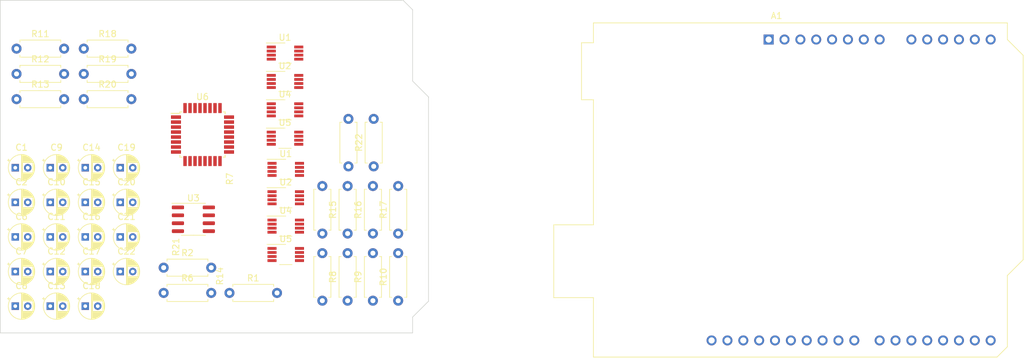
<source format=kicad_pcb>
(kicad_pcb (version 20221018) (generator pcbnew)
  (layers (0 "F.Cu" signal) (31 "B.Cu" signal) (34 "B.Paste" user) (35 "F.Paste" user) (36 "B.SilkS" user "B.Silkscreen") (37 "F.SilkS" user "F.Silkscreen") (38 "B.Mask" user) (39 "F.Mask" user) (44 "Edge.Cuts" user))
  (net 0 "")
  (net 4 "+3V3")
  (net 6 "GND")
  (net 31 "VDDA")
  (net 32 "GNDA")
  (net 33 "/BPF_OUT")
  (net 34 "Net-(R2-Pad1)")
  (net 35 "Net-(R2-Pad2)")
  (net 36 "/PA_OUT")
  (net 37 "Net-(R6-Pad1)")
  (net 38 "Net-(R6-Pad2)")
  (net 39 "/A_REF")
  (net 40 "/PRE_AMP_OUT")
  (net 41 "/AMP_OUT")
  (net 42 "Net-(U3A--)")
  (net 43 "/Earclip")
  (net 44 "Net-(C11-Pad1)")
  (net 45 "Net-(C12-Pad2)")
  (net 46 "Net-(C14-Pad1)")
  (net 47 "Net-(C15-Pad2)")
  (net 48 "Net-(C17-Pad1)")
  (net 49 "Net-(C18-Pad2)")
  (net 50 "Net-(C20-Pad1)")
  (net 51 "Net-(C21-Pad2)")
  (net 52 "Net-(R1-Pad1)")
  (net 53 "Net-(R1-Pad2)")
  (net 54 "Net-(R10-Pad1)")
  (net 55 "Net-(R10-Pad2)")
  (footprint "Resistor_THT:R_Axial_DIN0207_L6.3mm_D2.5mm_P7.62mm_Horizontal" (layer "F.Cu") (at 25.717 71.932)
    (fp_text reference "R12" (at 3.81 -2.37) (layer "F.SilkS"))
    (fp_text value "150k")
    (pad "1" thru_hole circle (at 0 0) (size 1.6 1.6) (drill 0.8) (layers "*.Cu" "*.Mask") (net 45 "Net-(C12-Pad2)"))
    (pad "2" thru_hole oval (at 7.62 0) (size 1.6 1.6) (drill 0.8) (layers "*.Cu" "*.Mask") (net 32 "GNDA"))
  )
  (footprint "Capacitor_THT:CP_Radial_D4.0mm_P2.00mm" (layer "F.Cu") (at 42.327602 92.532)
    (fp_text reference "C20" (at 1 -3.25) (layer "F.SilkS"))
    (fp_text value "1uF")
    (pad "1" thru_hole rect (at 0 0) (size 1.2 1.2) (drill 0.6) (layers "*.Cu" "*.Mask") (net 50 "Net-(C20-Pad1)"))
    (pad "2" thru_hole circle (at 2 0) (size 1.2 1.2) (drill 0.6) (layers "*.Cu" "*.Mask") (net 32 "GNDA"))
  )
  (footprint "Package_SO:VSSOP-8_3.0x3.0mm_P0.65mm" (layer "F.Cu") (at 68.716 68.595)
    (fp_text reference "U1" (at 0 -2.5) (layer "F.SilkS"))
    (fp_text value "INA126")
    (pad "1" smd rect (at -2.2 -0.975 270) (size 0.45 1.45) (layers "F.Cu" "F.Paste" "F.Mask") (net 52 "Net-(R1-Pad1)"))
    (pad "2" smd rect (at -2.2 -0.325 270) (size 0.45 1.45) (layers "F.Cu" "F.Paste" "F.Mask") (net 32 "GNDA"))
    (pad "3" smd rect (at -2.2 0.325 270) (size 0.45 1.45) (layers "F.Cu" "F.Paste" "F.Mask") (net 40 "/PRE_AMP_OUT"))
    (pad "4" smd rect (at -2.2 0.975 270) (size 0.45 1.45) (layers "F.Cu" "F.Paste" "F.Mask") (net 32 "GNDA"))
    (pad "5" smd rect (at 2.2 0.975 270) (size 0.45 1.45) (layers "F.Cu" "F.Paste" "F.Mask") (net 39 "/A_REF"))
    (pad "6" smd rect (at 2.2 0.325 270) (size 0.45 1.45) (layers "F.Cu" "F.Paste" "F.Mask") (net 41 "/AMP_OUT"))
    (pad "7" smd rect (at 2.2 -0.325 270) (size 0.45 1.45) (layers "F.Cu" "F.Paste" "F.Mask") (net 31 "VDDA"))
    (pad "8" smd rect (at 2.2 -0.975 270) (size 0.45 1.45) (layers "F.Cu" "F.Paste" "F.Mask") (net 53 "Net-(R1-Pad2)"))
  )
  (footprint "Capacitor_THT:CP_Radial_D4.0mm_P2.00mm" (layer "F.Cu") (at 25.513199 98.082)
    (fp_text reference "C6" (at 1 -3.25) (layer "F.SilkS"))
    (fp_text value "0.1uF")
    (pad "1" thru_hole rect (at 0 0) (size 1.2 1.2) (drill 0.6) (layers "*.Cu" "*.Mask") (net 31 "VDDA"))
    (pad "2" thru_hole circle (at 2 0) (size 1.2 1.2) (drill 0.6) (layers "*.Cu" "*.Mask") (net 32 "GNDA"))
  )
  (footprint "Package_SO:VSSOP-8_3.0x3.0mm_P0.65mm" (layer "F.Cu") (at 68.716 73.145)
    (fp_text reference "U2" (at 0 -2.5) (layer "F.SilkS"))
    (fp_text value "INA126")
    (pad "1" smd rect (at -2.2 -0.975 270) (size 0.45 1.45) (layers "F.Cu" "F.Paste" "F.Mask") (net 37 "Net-(R6-Pad1)"))
    (pad "2" smd rect (at -2.2 -0.325 270) (size 0.45 1.45) (layers "F.Cu" "F.Paste" "F.Mask") (net 32 "GNDA"))
    (pad "3" smd rect (at -2.2 0.325 270) (size 0.45 1.45) (layers "F.Cu" "F.Paste" "F.Mask") (net 40 "/PRE_AMP_OUT"))
    (pad "4" smd rect (at -2.2 0.975 270) (size 0.45 1.45) (layers "F.Cu" "F.Paste" "F.Mask") (net 32 "GNDA"))
    (pad "5" smd rect (at 2.2 0.975 270) (size 0.45 1.45) (layers "F.Cu" "F.Paste" "F.Mask") (net 39 "/A_REF"))
    (pad "6" smd rect (at 2.2 0.325 270) (size 0.45 1.45) (layers "F.Cu" "F.Paste" "F.Mask") (net 41 "/AMP_OUT"))
    (pad "7" smd rect (at 2.2 -0.325 270) (size 0.45 1.45) (layers "F.Cu" "F.Paste" "F.Mask") (net 31 "VDDA"))
    (pad "8" smd rect (at 2.2 -0.975 270) (size 0.45 1.45) (layers "F.Cu" "F.Paste" "F.Mask") (net 38 "Net-(R6-Pad2)"))
  )
  (footprint "Resistor_THT:R_Axial_DIN0207_L6.3mm_D2.5mm_P7.62mm_Horizontal" (layer "F.Cu") (at 74.693 97.536 90)
    (fp_text reference "R14" (at -6.833 -16.411 90) (layer "F.SilkS"))
    (fp_text value "150k")
    (pad "1" thru_hole circle (at 0 0 90) (size 1.6 1.6) (drill 0.8) (layers "*.Cu" "*.Mask") (net 46 "Net-(C14-Pad1)"))
    (pad "2" thru_hole oval (at 7.62 0 90) (size 1.6 1.6) (drill 0.8) (layers "*.Cu" "*.Mask") (net 36 "/PA_OUT"))
  )
  (footprint "Capacitor_THT:CP_Radial_D4.0mm_P2.00mm" (layer "F.Cu") (at 31.118 98.082)
    (fp_text reference "C11" (at 1 -3.25) (layer "F.SilkS"))
    (fp_text value "1uF")
    (pad "1" thru_hole rect (at 0 0) (size 1.2 1.2) (drill 0.6) (layers "*.Cu" "*.Mask") (net 44 "Net-(C11-Pad1)"))
    (pad "2" thru_hole circle (at 2 0) (size 1.2 1.2) (drill 0.6) (layers "*.Cu" "*.Mask") (net 32 "GNDA"))
  )
  (footprint "Capacitor_THT:CP_Radial_D4.0mm_P2.00mm" (layer "F.Cu") (at 31.118 109.182)
    (fp_text reference "C13" (at 1 -3.25) (layer "F.SilkS"))
    (fp_text value "1uF")
    (pad "1" thru_hole rect (at 0 0) (size 1.2 1.2) (drill 0.6) (layers "*.Cu" "*.Mask") (net 45 "Net-(C12-Pad2)"))
    (pad "2" thru_hole circle (at 2 0) (size 1.2 1.2) (drill 0.6) (layers "*.Cu" "*.Mask") (net 33 "/BPF_OUT"))
  )
  (footprint "Capacitor_THT:CP_Radial_D4.0mm_P2.00mm" (layer "F.Cu") (at 31.118 86.982)
    (fp_text reference "C9" (at 1 -3.25) (layer "F.SilkS"))
    (fp_text value "0.1uF")
    (pad "1" thru_hole rect (at 0 0) (size 1.2 1.2) (drill 0.6) (layers "*.Cu" "*.Mask") (net 31 "VDDA"))
    (pad "2" thru_hole circle (at 2 0) (size 1.2 1.2) (drill 0.6) (layers "*.Cu" "*.Mask") (net 32 "GNDA"))
  )
  (footprint "Package_SO:VSSOP-8_3.0x3.0mm_P0.65mm" (layer "F.Cu") (at 68.834 96.349)
    (fp_text reference "U4" (at 0 -2.5) (layer "F.SilkS"))
    (fp_text value "INA126")
    (pad "1" smd rect (at -2.2 -0.975 270) (size 0.45 1.45) (layers "F.Cu" "F.Paste" "F.Mask") (net 34 "Net-(R2-Pad1)"))
    (pad "2" smd rect (at -2.2 -0.325 270) (size 0.45 1.45) (layers "F.Cu" "F.Paste" "F.Mask") (net 32 "GNDA"))
    (pad "3" smd rect (at -2.2 0.325 270) (size 0.45 1.45) (layers "F.Cu" "F.Paste" "F.Mask") (net 40 "/PRE_AMP_OUT"))
    (pad "4" smd rect (at -2.2 0.975 270) (size 0.45 1.45) (layers "F.Cu" "F.Paste" "F.Mask") (net 32 "GNDA"))
    (pad "5" smd rect (at 2.2 0.975 270) (size 0.45 1.45) (layers "F.Cu" "F.Paste" "F.Mask") (net 39 "/A_REF"))
    (pad "6" smd rect (at 2.2 0.325 270) (size 0.45 1.45) (layers "F.Cu" "F.Paste" "F.Mask") (net 41 "/AMP_OUT"))
    (pad "7" smd rect (at 2.2 -0.325 270) (size 0.45 1.45) (layers "F.Cu" "F.Paste" "F.Mask") (net 31 "VDDA"))
    (pad "8" smd rect (at 2.2 -0.975 270) (size 0.45 1.45) (layers "F.Cu" "F.Paste" "F.Mask") (net 35 "Net-(R2-Pad2)"))
  )
  (footprint "Package_SO:VSSOP-8_3.0x3.0mm_P0.65mm" (layer "F.Cu") (at 68.716 77.695)
    (fp_text reference "U4" (at 0 -2.5) (layer "F.SilkS"))
    (fp_text value "INA126")
    (pad "1" smd rect (at -2.2 -0.975 270) (size 0.45 1.45) (layers "F.Cu" "F.Paste" "F.Mask") (net 34 "Net-(R2-Pad1)"))
    (pad "2" smd rect (at -2.2 -0.325 270) (size 0.45 1.45) (layers "F.Cu" "F.Paste" "F.Mask") (net 32 "GNDA"))
    (pad "3" smd rect (at -2.2 0.325 270) (size 0.45 1.45) (layers "F.Cu" "F.Paste" "F.Mask") (net 40 "/PRE_AMP_OUT"))
    (pad "4" smd rect (at -2.2 0.975 270) (size 0.45 1.45) (layers "F.Cu" "F.Paste" "F.Mask") (net 32 "GNDA"))
    (pad "5" smd rect (at 2.2 0.975 270) (size 0.45 1.45) (layers "F.Cu" "F.Paste" "F.Mask") (net 39 "/A_REF"))
    (pad "6" smd rect (at 2.2 0.325 270) (size 0.45 1.45) (layers "F.Cu" "F.Paste" "F.Mask") (net 41 "/AMP_OUT"))
    (pad "7" smd rect (at 2.2 -0.325 270) (size 0.45 1.45) (layers "F.Cu" "F.Paste" "F.Mask") (net 31 "VDDA"))
    (pad "8" smd rect (at 2.2 -0.975 270) (size 0.45 1.45) (layers "F.Cu" "F.Paste" "F.Mask") (net 35 "Net-(R2-Pad2)"))
  )
  (footprint "Resistor_THT:R_Axial_DIN0207_L6.3mm_D2.5mm_P7.62mm_Horizontal" (layer "F.Cu") (at 82.92 86.766 90)
    (fp_text reference "R22" (at 3.81 -2.37 90) (layer "F.SilkS"))
    (fp_text value "150k")
    (pad "1" thru_hole circle (at 0 0 90) (size 1.6 1.6) (drill 0.8) (layers "*.Cu" "*.Mask") (net 33 "/BPF_OUT"))
    (pad "2" thru_hole oval (at 7.62 0 90) (size 1.6 1.6) (drill 0.8) (layers "*.Cu" "*.Mask") (net 32 "GNDA"))
  )
  (footprint "Package_SO:VSSOP-8_3.0x3.0mm_P0.65mm" (layer "F.Cu") (at 68.834 91.799)
    (fp_text reference "U2" (at 0 -2.5) (layer "F.SilkS"))
    (fp_text value "INA126")
    (pad "1" smd rect (at -2.2 -0.975 270) (size 0.45 1.45) (layers "F.Cu" "F.Paste" "F.Mask") (net 37 "Net-(R6-Pad1)"))
    (pad "2" smd rect (at -2.2 -0.325 270) (size 0.45 1.45) (layers "F.Cu" "F.Paste" "F.Mask") (net 32 "GNDA"))
    (pad "3" smd rect (at -2.2 0.325 270) (size 0.45 1.45) (layers "F.Cu" "F.Paste" "F.Mask") (net 40 "/PRE_AMP_OUT"))
    (pad "4" smd rect (at -2.2 0.975 270) (size 0.45 1.45) (layers "F.Cu" "F.Paste" "F.Mask") (net 32 "GNDA"))
    (pad "5" smd rect (at 2.2 0.975 270) (size 0.45 1.45) (layers "F.Cu" "F.Paste" "F.Mask") (net 39 "/A_REF"))
    (pad "6" smd rect (at 2.2 0.325 270) (size 0.45 1.45) (layers "F.Cu" "F.Paste" "F.Mask") (net 41 "/AMP_OUT"))
    (pad "7" smd rect (at 2.2 -0.325 270) (size 0.45 1.45) (layers "F.Cu" "F.Paste" "F.Mask") (net 31 "VDDA"))
    (pad "8" smd rect (at 2.2 -0.975 270) (size 0.45 1.45) (layers "F.Cu" "F.Paste" "F.Mask") (net 38 "Net-(R6-Pad2)"))
  )
  (footprint "Capacitor_THT:CP_Radial_D4.0mm_P2.00mm" (layer "F.Cu") (at 36.722801 86.982)
    (fp_text reference "C14" (at 1 -3.25) (layer "F.SilkS"))
    (fp_text value "1uF")
    (pad "1" thru_hole rect (at 0 0) (size 1.2 1.2) (drill 0.6) (layers "*.Cu" "*.Mask") (net 46 "Net-(C14-Pad1)"))
    (pad "2" thru_hole circle (at 2 0) (size 1.2 1.2) (drill 0.6) (layers "*.Cu" "*.Mask") (net 32 "GNDA"))
  )
  (footprint "Resistor_THT:R_Axial_DIN0207_L6.3mm_D2.5mm_P7.62mm_Horizontal" (layer "F.Cu") (at 49.279 107.061)
    (fp_text reference "R6" (at 3.81 -2.37) (layer "F.SilkS"))
    (fp_text value "300R")
    (pad "1" thru_hole circle (at 0 0) (size 1.6 1.6) (drill 0.8) (layers "*.Cu" "*.Mask") (net 37 "Net-(R6-Pad1)"))
    (pad "2" thru_hole oval (at 7.62 0) (size 1.6 1.6) (drill 0.8) (layers "*.Cu" "*.Mask") (net 38 "Net-(R6-Pad2)"))
  )
  (footprint "Resistor_THT:R_Axial_DIN0207_L6.3mm_D2.5mm_P7.62mm_Horizontal" (layer "F.Cu") (at 86.843 108.306 90)
    (fp_text reference "R10" (at 3.81 -2.37 90) (layer "F.SilkS"))
    (fp_text value "300R")
    (pad "1" thru_hole circle (at 0 0 90) (size 1.6 1.6) (drill 0.8) (layers "*.Cu" "*.Mask") (net 54 "Net-(R10-Pad1)"))
    (pad "2" thru_hole oval (at 7.62 0 90) (size 1.6 1.6) (drill 0.8) (layers "*.Cu" "*.Mask") (net 55 "Net-(R10-Pad2)"))
  )
  (footprint "Capacitor_THT:CP_Radial_D4.0mm_P2.00mm" (layer "F.Cu") (at 36.722801 103.632)
    (fp_text reference "C17" (at 1 -3.25) (layer "F.SilkS"))
    (fp_text value "1uF")
    (pad "1" thru_hole rect (at 0 0) (size 1.2 1.2) (drill 0.6) (layers "*.Cu" "*.Mask") (net 48 "Net-(C17-Pad1)"))
    (pad "2" thru_hole circle (at 2 0) (size 1.2 1.2) (drill 0.6) (layers "*.Cu" "*.Mask") (net 32 "GNDA"))
  )
  (footprint "Capacitor_THT:CP_Radial_D4.0mm_P2.00mm" (layer "F.Cu") (at 36.722801 98.082)
    (fp_text reference "C16" (at 1 -3.25) (layer "F.SilkS"))
    (fp_text value "1uF")
    (pad "1" thru_hole rect (at 0 0) (size 1.2 1.2) (drill 0.6) (layers "*.Cu" "*.Mask") (net 47 "Net-(C15-Pad2)"))
    (pad "2" thru_hole circle (at 2 0) (size 1.2 1.2) (drill 0.6) (layers "*.Cu" "*.Mask") (net 33 "/BPF_OUT"))
  )
  (footprint "Package_SO:SOIC-8_3.9x4.9mm_P1.27mm" (layer "F.Cu") (at 54.04 95.25)
    (fp_text reference "U3" (at 0 -3.4) (layer "F.SilkS"))
    (fp_text value "LM358")
    (pad "1" smd roundrect (at -2.475 -1.905) (size 1.95 0.6) (layers "F.Cu" "F.Paste" "F.Mask") (net 39 "/A_REF"))
    (pad "2" smd roundrect (at -2.475 -0.635) (size 1.95 0.6) (layers "F.Cu" "F.Paste" "F.Mask") (net 42 "Net-(U3A--)"))
    (pad "3" smd roundrect (at -2.475 0.635) (size 1.95 0.6) (layers "F.Cu" "F.Paste" "F.Mask") (net 39 "/A_REF"))
    (pad "4" smd roundrect (at -2.475 1.905) (size 1.95 0.6) (layers "F.Cu" "F.Paste" "F.Mask"))
    (pad "5" smd roundrect (at 2.475 1.905) (size 1.95 0.6) (layers "F.Cu" "F.Paste" "F.Mask"))
    (pad "6" smd roundrect (at 2.475 0.635) (size 1.95 0.6) (layers "F.Cu" "F.Paste" "F.Mask"))
    (pad "7" smd roundrect (at 2.475 -0.635) (size 1.95 0.6) (layers "F.Cu" "F.Paste" "F.Mask"))
    (pad "8" smd roundrect (at 2.475 -1.905) (size 1.95 0.6) (layers "F.Cu" "F.Paste" "F.Mask"))
  )
  (footprint "Package_SO:VSSOP-8_3.0x3.0mm_P0.65mm" (layer "F.Cu") (at 68.834 100.899)
    (fp_text reference "U5" (at 0 -2.5) (layer "F.SilkS"))
    (fp_text value "INA126")
    (pad "1" smd rect (at -2.2 -0.975 270) (size 0.45 1.45) (layers "F.Cu" "F.Paste" "F.Mask") (net 54 "Net-(R10-Pad1)"))
    (pad "2" smd rect (at -2.2 -0.325 270) (size 0.45 1.45) (layers "F.Cu" "F.Paste" "F.Mask") (net 32 "GNDA"))
    (pad "3" smd rect (at -2.2 0.325 270) (size 0.45 1.45) (layers "F.Cu" "F.Paste" "F.Mask") (net 40 "/PRE_AMP_OUT"))
    (pad "4" smd rect (at -2.2 0.975 270) (size 0.45 1.45) (layers "F.Cu" "F.Paste" "F.Mask") (net 32 "GNDA"))
    (pad "5" smd rect (at 2.2 0.975 270) (size 0.45 1.45) (layers "F.Cu" "F.Paste" "F.Mask") (net 39 "/A_REF"))
    (pad "6" smd rect (at 2.2 0.325 270) (size 0.45 1.45) (layers "F.Cu" "F.Paste" "F.Mask") (net 41 "/AMP_OUT"))
    (pad "7" smd rect (at 2.2 -0.325 270) (size 0.45 1.45) (layers "F.Cu" "F.Paste" "F.Mask") (net 31 "VDDA"))
    (pad "8" smd rect (at 2.2 -0.975 270) (size 0.45 1.45) (layers "F.Cu" "F.Paste" "F.Mask") (net 55 "Net-(R10-Pad2)"))
  )
  (footprint "Resistor_THT:R_Axial_DIN0207_L6.3mm_D2.5mm_P7.62mm_Horizontal" (layer "F.Cu") (at 78.743 108.306 90)
    (fp_text reference "R8" (at 3.81 -2.37 90) (layer "F.SilkS"))
    (fp_text value "100k")
    (pad "1" thru_hole circle (at 0 0 90) (size 1.6 1.6) (drill 0.8) (layers "*.Cu" "*.Mask") (net 32 "GNDA"))
    (pad "2" thru_hole oval (at 7.62 0 90) (size 1.6 1.6) (drill 0.8) (layers "*.Cu" "*.Mask") (net 42 "Net-(U3A--)"))
  )
  (footprint "Resistor_THT:R_Axial_DIN0207_L6.3mm_D2.5mm_P7.62mm_Horizontal" (layer "F.Cu") (at 78.743 97.536 90)
    (fp_text reference "R15" (at 3.81 -2.37 90) (layer "F.SilkS"))
    (fp_text value "150k")
    (pad "1" thru_hole circle (at 0 0 90) (size 1.6 1.6) (drill 0.8) (layers "*.Cu" "*.Mask") (net 47 "Net-(C15-Pad2)"))
    (pad "2" thru_hole oval (at 7.62 0 90) (size 1.6 1.6) (drill 0.8) (layers "*.Cu" "*.Mask") (net 32 "GNDA"))
  )
  (footprint "Package_QFP:TQFP-32_7x7mm_P0.8mm" (layer "F.Cu") (at 55.502 81.661)
    (fp_text reference "U6" (at 0 -6.05) (layer "F.SilkS"))
    (fp_text value "~")
    (pad "1" smd rect (at -4.25 -2.8) (size 1.6 0.55) (layers "F.Cu" "F.Paste" "F.Mask"))
    (pad "2" smd rect (at -4.25 -2) (size 1.6 0.55) (layers "F.Cu" "F.Paste" "F.Mask"))
    (pad "3" smd rect (at -4.25 -1.2) (size 1.6 0.55) (layers "F.Cu" "F.Paste" "F.Mask"))
    (pad "4" smd rect (at -4.25 -0.4) (size 1.6 0.55) (layers "F.Cu" "F.Paste" "F.Mask"))
    (pad "5" smd rect (at -4.25 0.4) (size 1.6 0.55) (layers "F.Cu" "F.Paste" "F.Mask"))
    (pad "6" smd rect (at -4.25 1.2) (size 1.6 0.55) (layers "F.Cu" "F.Paste" "F.Mask"))
    (pad "7" smd rect (at -4.25 2) (size 1.6 0.55) (layers "F.Cu" "F.Paste" "F.Mask"))
    (pad "8" smd rect (at -4.25 2.8) (size 1.6 0.55) (layers "F.Cu" "F.Paste" "F.Mask"))
    (pad "9" smd rect (at -2.8 4.25 90) (size 1.6 0.55) (layers "F.Cu" "F.Paste" "F.Mask"))
    (pad "10" smd rect (at -2 4.25 90) (size 1.6 0.55) (layers "F.Cu" "F.Paste" "F.Mask"))
    (pad "11" smd rect (at -1.2 4.25 90) (size 1.6 0.55) (layers "F.Cu" "F.Paste" "F.Mask"))
    (pad "12" smd rect (at -0.4 4.25 90) (size 1.6 0.55) (layers "F.Cu" "F.Paste" "F.Mask"))
    (pad "13" smd rect (at 0.4 4.25 90) (size 1.6 0.55) (layers "F.Cu" "F.Paste" "F.Mask"))
    (pad "14" smd rect (at 1.2 4.25 90) (size 1.6 0.55) (layers "F.Cu" "F.Paste" "F.Mask"))
    (pad "15" smd rect (at 2 4.25 90) (size 1.6 0.55) (layers "F.Cu" "F.Paste" "F.Mask"))
    (pad "16" smd rect (at 2.8 4.25 90) (size 1.6 0.55) (layers "F.Cu" "F.Paste" "F.Mask"))
    (pad "17" smd rect (at 4.25 2.8) (size 1.6 0.55) (layers "F.Cu" "F.Paste" "F.Mask"))
    (pad "18" smd rect (at 4.25 2) (size 1.6 0.55) (layers "F.Cu" "F.Paste" "F.Mask"))
    (pad "19" smd rect (at 4.25 1.2) (size 1.6 0.55) (layers "F.Cu" "F.Paste" "F.Mask"))
    (pad "20" smd rect (at 4.25 0.4) (size 1.6 0.55) (layers "F.Cu" "F.Paste" "F.Mask"))
    (pad "21" smd rect (at 4.25 -0.4) (size 1.6 0.55) (layers "F.Cu" "F.Paste" "F.Mask"))
    (pad "22" smd rect (at 4.25 -1.2) (size 1.6 0.55) (layers "F.Cu" "F.Paste" "F.Mask"))
    (pad "23" smd rect (at 4.25 -2) (size 1.6 0.55) (layers "F.Cu" "F.Paste" "F.Mask"))
    (pad "24" smd rect (at 4.25 -2.8) (size 1.6 0.55) (layers "F.Cu" "F.Paste" "F.Mask"))
    (pad "25" smd rect (at 2.8 -4.25 90) (size 1.6 0.55) (layers "F.Cu" "F.Paste" "F.Mask"))
    (pad "26" smd rect (at 2 -4.25 90) (size 1.6 0.55) (layers "F.Cu" "F.Paste" "F.Mask"))
    (pad "27" smd rect (at 1.2 -4.25 90) (size 1.6 0.55) (layers "F.Cu" "F.Paste" "F.Mask"))
    (pad "28" smd rect (at 0.4 -4.25 90) (size 1.6 0.55) (layers "F.Cu" "F.Paste" "F.Mask"))
    (pad "29" smd rect (at -0.4 -4.25 90) (size 1.6 0.55) (layers "F.Cu" "F.Paste" "F.Mask"))
    (pad "30" smd rect (at -1.2 -4.25 90) (size 1.6 0.55) (layers "F.Cu" "F.Paste" "F.Mask"))
    (pad "31" smd rect (at -2 -4.25 90) (size 1.6 0.55) (layers "F.Cu" "F.Paste" "F.Mask"))
    (pad "32" smd rect (at -2.8 -4.25 90) (size 1.6 0.55) (layers "F.Cu" "F.Paste" "F.Mask"))
  )
  (footprint "Capacitor_THT:CP_Radial_D4.0mm_P2.00mm" (layer "F.Cu") (at 25.513199 92.532)
    (fp_text reference "C2" (at 1 -3.25) (layer "F.SilkS"))
    (fp_text value "0.1uF")
    (pad "1" thru_hole rect (at 0 0) (size 1.2 1.2) (drill 0.6) (layers "*.Cu" "*.Mask") (net 31 "VDDA"))
    (pad "2" thru_hole circle (at 2 0) (size 1.2 1.2) (drill 0.6) (layers "*.Cu" "*.Mask") (net 32 "GNDA"))
  )
  (footprint "Capacitor_THT:CP_Radial_D4.0mm_P2.00mm" (layer "F.Cu") (at 42.327602 103.632)
    (fp_text reference "C22" (at 1 -3.25) (layer "F.SilkS"))
    (fp_text value "1uF")
    (pad "1" thru_hole rect (at 0 0) (size 1.2 1.2) (drill 0.6) (layers "*.Cu" "*.Mask") (net 51 "Net-(C21-Pad2)"))
    (pad "2" thru_hole circle (at 2 0) (size 1.2 1.2) (drill 0.6) (layers "*.Cu" "*.Mask") (net 33 "/BPF_OUT"))
  )
  (footprint "Resistor_THT:R_Axial_DIN0207_L6.3mm_D2.5mm_P7.62mm_Horizontal" (layer "F.Cu") (at 82.793 97.536 90)
    (fp_text reference "R16" (at 3.81 -2.37 90) (layer "F.SilkS"))
    (fp_text value "150k")
    (pad "1" thru_hole circle (at 0 0 90) (size 1.6 1.6) (drill 0.8) (layers "*.Cu" "*.Mask") (net 33 "/BPF_OUT"))
    (pad "2" thru_hole oval (at 7.62 0 90) (size 1.6 1.6) (drill 0.8) (layers "*.Cu" "*.Mask") (net 32 "GNDA"))
  )
  (footprint "Capacitor_THT:CP_Radial_D4.0mm_P2.00mm" (layer "F.Cu") (at 25.513199 109.182)
    (fp_text reference "C8" (at 1 -3.25) (layer "F.SilkS"))
    (fp_text value "0.1uF")
    (pad "1" thru_hole rect (at 0 0) (size 1.2 1.2) (drill 0.6) (layers "*.Cu" "*.Mask") (net 31 "VDDA"))
    (pad "2" thru_hole circle (at 2 0) (size 1.2 1.2) (drill 0.6) (layers "*.Cu" "*.Mask") (net 32 "GNDA"))
  )
  (footprint "Resistor_THT:R_Axial_DIN0207_L6.3mm_D2.5mm_P7.62mm_Horizontal" (layer "F.Cu") (at 25.717 75.982)
    (fp_text reference "R13" (at 3.81 -2.37) (layer "F.SilkS"))
    (fp_text value "150k")
    (pad "1" thru_hole circle (at 0 0) (size 1.6 1.6) (drill 0.8) (layers "*.Cu" "*.Mask") (net 33 "/BPF_OUT"))
    (pad "2" thru_hole oval (at 7.62 0) (size 1.6 1.6) (drill 0.8) (layers "*.Cu" "*.Mask") (net 32 "GNDA"))
  )
  (footprint "Resistor_THT:R_Axial_DIN0207_L6.3mm_D2.5mm_P7.62mm_Horizontal" (layer "F.Cu") (at 86.843 97.536 90)
    (fp_text reference "R17" (at 3.81 -2.37 90) (layer "F.SilkS"))
    (fp_text value "150k")
    (pad "1" thru_hole circle (at 0 0 90) (size 1.6 1.6) (drill 0.8) (layers "*.Cu" "*.Mask") (net 48 "Net-(C17-Pad1)"))
    (pad "2" thru_hole oval (at 7.62 0 90) (size 1.6 1.6) (drill 0.8) (layers "*.Cu" "*.Mask") (net 36 "/PA_OUT"))
  )
  (footprint "Capacitor_THT:CP_Radial_D4.0mm_P2.00mm" (layer "F.Cu") (at 31.118 103.632)
    (fp_text reference "C12" (at 1 -3.25) (layer "F.SilkS"))
    (fp_text value "1uF")
    (pad "1" thru_hole rect (at 0 0) (size 1.2 1.2) (drill 0.6) (layers "*.Cu" "*.Mask") (net 44 "Net-(C11-Pad1)"))
    (pad "2" thru_hole circle (at 2 0) (size 1.2 1.2) (drill 0.6) (layers "*.Cu" "*.Mask") (net 45 "Net-(C12-Pad2)"))
  )
  (footprint "Capacitor_THT:CP_Radial_D4.0mm_P2.00mm" (layer "F.Cu") (at 31.118 92.532)
    (fp_text reference "C10" (at 1 -3.25) (layer "F.SilkS"))
    (fp_text value "0.1uF")
    (pad "1" thru_hole rect (at 0 0) (size 1.2 1.2) (drill 0.6) (layers "*.Cu" "*.Mask") (net 31 "VDDA"))
    (pad "2" thru_hole circle (at 2 0) (size 1.2 1.2) (drill 0.6) (layers "*.Cu" "*.Mask") (net 32 "GNDA"))
  )
  (footprint "Package_SO:VSSOP-8_3.0x3.0mm_P0.65mm" (layer "F.Cu") (at 68.834 87.249)
    (fp_text reference "U1" (at 0 -2.5) (layer "F.SilkS"))
    (fp_text value "INA126")
    (pad "1" smd rect (at -2.2 -0.975 270) (size 0.45 1.45) (layers "F.Cu" "F.Paste" "F.Mask") (net 52 "Net-(R1-Pad1)"))
    (pad "2" smd rect (at -2.2 -0.325 270) (size 0.45 1.45) (layers "F.Cu" "F.Paste" "F.Mask") (net 32 "GNDA"))
    (pad "3" smd rect (at -2.2 0.325 270) (size 0.45 1.45) (layers "F.Cu" "F.Paste" "F.Mask") (net 40 "/PRE_AMP_OUT"))
    (pad "4" smd rect (at -2.2 0.975 270) (size 0.45 1.45) (layers "F.Cu" "F.Paste" "F.Mask") (net 32 "GNDA"))
    (pad "5" smd rect (at 2.2 0.975 270) (size 0.45 1.45) (layers "F.Cu" "F.Paste" "F.Mask") (net 39 "/A_REF"))
    (pad "6" smd rect (at 2.2 0.325 270) (size 0.45 1.45) (layers "F.Cu" "F.Paste" "F.Mask") (net 41 "/AMP_OUT"))
    (pad "7" smd rect (at 2.2 -0.325 270) (size 0.45 1.45) (layers "F.Cu" "F.Paste" "F.Mask") (net 31 "VDDA"))
    (pad "8" smd rect (at 2.2 -0.975 270) (size 0.45 1.45) (layers "F.Cu" "F.Paste" "F.Mask") (net 53 "Net-(R1-Pad2)"))
  )
  (footprint "Resistor_THT:R_Axial_DIN0207_L6.3mm_D2.5mm_P7.62mm_Horizontal" (layer "F.Cu") (at 74.693 108.306 90)
    (fp_text reference "R7" (at 19.537 -14.828 90) (layer "F.SilkS"))
    (fp_text value "100k")
    (pad "1" thru_hole circle (at 0 0 90) (size 1.6 1.6) (drill 0.8) (layers "*.Cu" "*.Mask") (net 42 "Net-(U3A--)"))
    (pad "2" thru_hole oval (at 7.62 0 90) (size 1.6 1.6) (drill 0.8) (layers "*.Cu" "*.Mask") (net 31 "VDDA"))
  )
  (footprint "Module:Arduino_UNO_R3" (layer "F.Cu") (at 146.177 66.421)
    (fp_text reference "A1" (at 1.27 -3.81 180) (layer "F.SilkS"))
    (fp_text value "Arduino_UNO_R3")
    (pad "1" thru_hole rect locked (at 0 0 90) (size 1.6 1.6) (drill 1) (layers "*.Cu" "*.Mask"))
    (pad "2" thru_hole oval locked (at 2.54 0 90) (size 1.6 1.6) (drill 1) (layers "*.Cu" "*.Mask"))
    (pad "3" thru_hole oval locked (at 5.08 0 90) (size 1.6 1.6) (drill 1) (layers "*.Cu" "*.Mask"))
    (pad "4" thru_hole oval locked (at 7.62 0 90) (size 1.6 1.6) (drill 1) (layers "*.Cu" "*.Mask") (net 4 "+3V3"))
    (pad "5" thru_hole oval locked (at 10.16 0 90) (size 1.6 1.6) (drill 1) (layers "*.Cu" "*.Mask"))
    (pad "6" thru_hole oval locked (at 12.7 0 90) (size 1.6 1.6) (drill 1) (layers "*.Cu" "*.Mask") (net 6 "GND"))
    (pad "7" thru_hole oval locked (at 15.24 0 90) (size 1.6 1.6) (drill 1) (layers "*.Cu" "*.Mask") (net 6 "GND"))
    (pad "8" thru_hole oval locked (at 17.78 0 90) (size 1.6 1.6) (drill 1) (layers "*.Cu" "*.Mask"))
    (pad "9" thru_hole oval locked (at 22.86 0 90) (size 1.6 1.6) (drill 1) (layers "*.Cu" "*.Mask"))
    (pad "10" thru_hole oval locked (at 25.4 0 90) (size 1.6 1.6) (drill 1) (layers "*.Cu" "*.Mask"))
    (pad "11" thru_hole oval locked (at 27.94 0 90) (size 1.6 1.6) (drill 1) (layers "*.Cu" "*.Mask"))
    (pad "12" thru_hole oval locked (at 30.48 0 90) (size 1.6 1.6) (drill 1) (layers "*.Cu" "*.Mask"))
    (pad "13" thru_hole oval locked (at 33.02 0 90) (size 1.6 1.6) (drill 1) (layers "*.Cu" "*.Mask"))
    (pad "14" thru_hole oval locked (at 35.56 0 90) (size 1.6 1.6) (drill 1) (layers "*.Cu" "*.Mask"))
    (pad "15" thru_hole oval locked (at 35.56 48.26 90) (size 1.6 1.6) (drill 1) (layers "*.Cu" "*.Mask"))
    (pad "16" thru_hole oval locked (at 33.02 48.26 90) (size 1.6 1.6) (drill 1) (layers "*.Cu" "*.Mask"))
    (pad "17" thru_hole oval locked (at 30.48 48.26 90) (size 1.6 1.6) (drill 1) (layers "*.Cu" "*.Mask"))
    (pad "18" thru_hole oval locked (at 27.94 48.26 90) (size 1.6 1.6) (drill 1) (layers "*.Cu" "*.Mask"))
    (pad "19" thru_hole oval locked (at 25.4 48.26 90) (size 1.6 1.6) (drill 1) (layers "*.Cu" "*.Mask"))
    (pad "20" thru_hole oval locked (at 22.86 48.26 90) (size 1.6 1.6) (drill 1) (layers "*.Cu" "*.Mask"))
    (pad "21" thru_hole oval locked (at 20.32 48.26 90) (size 1.6 1.6) (drill 1) (layers "*.Cu" "*.Mask"))
    (pad "22" thru_hole oval locked (at 17.78 48.26 90) (size 1.6 1.6) (drill 1) (layers "*.Cu" "*.Mask"))
    (pad "23" thru_hole oval locked (at 13.72 48.26 90) (size 1.6 1.6) (drill 1) (layers "*.Cu" "*.Mask"))
    (pad "24" thru_hole oval locked (at 11.18 48.26 90) (size 1.6 1.6) (drill 1) (layers "*.Cu" "*.Mask"))
    (pad "25" thru_hole oval locked (at 8.64 48.26 90) (size 1.6 1.6) (drill 1) (layers "*.Cu" "*.Mask"))
    (pad "26" thru_hole oval locked (at 6.1 48.26 90) (size 1.6 1.6) (drill 1) (layers "*.Cu" "*.Mask"))
    (pad "27" thru_hole oval locked (at 3.56 48.26 90) (size 1.6 1.6) (drill 1) (layers "*.Cu" "*.Mask"))
    (pad "28" thru_hole oval locked (at 1.02 48.26 90) (size 1.6 1.6) (drill 1) (layers "*.Cu" "*.Mask"))
    (pad "29" thru_hole oval locked (at -1.52 48.26 90) (size 1.6 1.6) (drill 1) (layers "*.Cu" "*.Mask") (net 6 "GND"))
    (pad "30" thru_hole oval locked (at -4.06 48.26 90) (size 1.6 1.6) (drill 1) (layers "*.Cu" "*.Mask"))
    (pad "31" thru_hole oval locked (at -6.6 48.26 90) (size 1.6 1.6) (drill 1) (layers "*.Cu" "*.Mask"))
    (pad "32" thru_hole oval locked (at -9.14 48.26 90) (size 1.6 1.6) (drill 1) (layers "*.Cu" "*.Mask"))
  )
  (footprint "Resistor_THT:R_Axial_DIN0207_L6.3mm_D2.5mm_P7.62mm_Horizontal" (layer "F.Cu") (at 36.487 75.982)
    (fp_text reference "R20" (at 3.81 -2.37) (layer "F.SilkS"))
    (fp_text value "150k")
    (pad "1" thru_hole circle (at 0 0) (size 1.6 1.6) (drill 0.8) (layers "*.Cu" "*.Mask") (net 50 "Net-(C20-Pad1)"))
    (pad "2" thru_hole oval (at 7.62 0) (size 1.6 1.6) (drill 0.8) (layers "*.Cu" "*.Mask") (net 36 "/PA_OUT"))
  )
  (footprint "Capacitor_THT:CP_Radial_D4.0mm_P2.00mm" (layer "F.Cu") (at 42.327602 86.982)
    (fp_text reference "C19" (at 1 -3.25) (layer "F.SilkS"))
    (fp_text value "1uF")
    (pad "1" thru_hole rect (at 0 0) (size 1.2 1.2) (drill 0.6) (layers "*.Cu" "*.Mask") (net 49 "Net-(C18-Pad2)"))
    (pad "2" thru_hole circle (at 2 0) (size 1.2 1.2) (drill 0.6) (layers "*.Cu" "*.Mask") (net 33 "/BPF_OUT"))
  )
  (footprint "Resistor_THT:R_Axial_DIN0207_L6.3mm_D2.5mm_P7.62mm_Horizontal" (layer "F.Cu") (at 78.87 86.766 90)
    (fp_text reference "R21" (at -12.923 -27.616 90) (layer "F.SilkS"))
    (fp_text value "150k")
    (pad "1" thru_hole circle (at 0 0 90) (size 1.6 1.6) (drill 0.8) (layers "*.Cu" "*.Mask") (net 51 "Net-(C21-Pad2)"))
    (pad "2" thru_hole oval (at 7.62 0 90) (size 1.6 1.6) (drill 0.8) (layers "*.Cu" "*.Mask") (net 32 "GNDA"))
  )
  (footprint "Resistor_THT:R_Axial_DIN0207_L6.3mm_D2.5mm_P7.62mm_Horizontal" (layer "F.Cu") (at 36.487 67.882)
    (fp_text reference "R18" (at 3.81 -2.37) (layer "F.SilkS"))
    (fp_text value "150k")
    (pad "1" thru_hole circle (at 0 0) (size 1.6 1.6) (drill 0.8) (layers "*.Cu" "*.Mask") (net 49 "Net-(C18-Pad2)"))
    (pad "2" thru_hole oval (at 7.62 0) (size 1.6 1.6) (drill 0.8) (layers "*.Cu" "*.Mask") (net 32 "GNDA"))
  )
  (footprint "Capacitor_THT:CP_Radial_D4.0mm_P2.00mm" (layer "F.Cu") (at 36.722801 92.532)
    (fp_text reference "C15" (at 1 -3.25) (layer "F.SilkS"))
    (fp_text value "1uF")
    (pad "1" thru_hole rect (at 0 0) (size 1.2 1.2) (drill 0.6) (layers "*.Cu" "*.Mask") (net 46 "Net-(C14-Pad1)"))
    (pad "2" thru_hole circle (at 2 0) (size 1.2 1.2) (drill 0.6) (layers "*.Cu" "*.Mask") (net 47 "Net-(C15-Pad2)"))
  )
  (footprint "Resistor_THT:R_Axial_DIN0207_L6.3mm_D2.5mm_P7.62mm_Horizontal" (layer "F.Cu") (at 49.279 103.011)
    (fp_text reference "R2" (at 3.81 -2.37) (layer "F.SilkS"))
    (fp_text value "300R")
    (pad "1" thru_hole circle (at 0 0) (size 1.6 1.6) (drill 0.8) (layers "*.Cu" "*.Mask") (net 34 "Net-(R2-Pad1)"))
    (pad "2" thru_hole oval (at 7.62 0) (size 1.6 1.6) (drill 0.8) (layers "*.Cu" "*.Mask") (net 35 "Net-(R2-Pad2)"))
  )
  (footprint "Resistor_THT:R_Axial_DIN0207_L6.3mm_D2.5mm_P7.62mm_Horizontal" (layer "F.Cu") (at 82.793 108.306 90)
    (fp_text reference "R9" (at 3.81 -2.37 90) (layer "F.SilkS"))
    (fp_text value "1k")
    (pad "1" thru_hole circle (at 0 0 90) (size 1.6 1.6) (drill 0.8) (layers "*.Cu" "*.Mask") (net 39 "/A_REF"))
    (pad "2" thru_hole oval (at 7.62 0 90) (size 1.6 1.6) (drill 0.8) (layers "*.Cu" "*.Mask") (net 43 "/Earclip"))
  )
  (footprint "Capacitor_THT:CP_Radial_D4.0mm_P2.00mm" (layer "F.Cu") (at 25.513199 103.632)
    (fp_text reference "C7" (at 1 -3.25) (layer "F.SilkS"))
    (fp_text value "10uF")
    (pad "1" thru_hole rect (at 0 0) (size 1.2 1.2) (drill 0.6) (layers "*.Cu" "*.Mask") (net 42 "Net-(U3A--)"))
    (pad "2" thru_hole circle (at 2 0) (size 1.2 1.2) (drill 0.6) (layers "*.Cu" "*.Mask") (net 32 "GNDA"))
  )
  (footprint "Resistor_THT:R_Axial_DIN0207_L6.3mm_D2.5mm_P7.62mm_Horizontal" (layer "F.Cu") (at 36.487 71.932)
    (fp_text reference "R19" (at 3.81 -2.37) (layer "F.SilkS"))
    (fp_text value "150k")
    (pad "1" thru_hole circle (at 0 0) (size 1.6 1.6) (drill 0.8) (layers "*.Cu" "*.Mask") (net 33 "/BPF_OUT"))
    (pad "2" thru_hole oval (at 7.62 0) (size 1.6 1.6) (drill 0.8) (layers "*.Cu" "*.Mask") (net 32 "GNDA"))
  )
  (footprint "Capacitor_THT:CP_Radial_D4.0mm_P2.00mm" (layer "F.Cu") (at 42.327602 98.082)
    (fp_text reference "C21" (at 1 -3.25) (layer "F.SilkS"))
    (fp_text value "1uF")
    (pad "1" thru_hole rect (at 0 0) (size 1.2 1.2) (drill 0.6) (layers "*.Cu" "*.Mask") (net 50 "Net-(C20-Pad1)"))
    (pad "2" thru_hole circle (at 2 0) (size 1.2 1.2) (drill 0.6) (layers "*.Cu" "*.Mask") (net 51 "Net-(C21-Pad2)"))
  )
  (footprint "Capacitor_THT:CP_Radial_D4.0mm_P2.00mm" (layer "F.Cu") (at 25.513199 86.982)
    (fp_text reference "C1" (at 1 -3.25) (layer "F.SilkS"))
    (fp_text value "0.1uF")
    (pad "1" thru_hole rect (at 0 0) (size 1.2 1.2) (drill 0.6) (layers "*.Cu" "*.Mask") (net 4 "+3V3"))
    (pad "2" thru_hole circle (at 2 0) (size 1.2 1.2) (drill 0.6) (layers "*.Cu" "*.Mask") (net 6 "GND"))
  )
  (footprint "Resistor_THT:R_Axial_DIN0207_L6.3mm_D2.5mm_P7.62mm_Horizontal" (layer "F.Cu") (at 25.717 67.882)
    (fp_text reference "R11" (at 3.81 -2.37) (layer "F.SilkS"))
    (fp_text value "150k")
    (pad "1" thru_hole circle (at 0 0) (size 1.6 1.6) (drill 0.8) (layers "*.Cu" "*.Mask") (net 44 "Net-(C11-Pad1)"))
    (pad "2" thru_hole oval (at 7.62 0) (size 1.6 1.6) (drill 0.8) (layers "*.Cu" "*.Mask") (net 36 "/PA_OUT"))
  )
  (footprint "Resistor_THT:R_Axial_DIN0207_L6.3mm_D2.5mm_P7.62mm_Horizontal" (layer "F.Cu") (at 59.817 107.061)
    (fp_text reference "R1" (at 3.81 -2.37) (layer "F.SilkS"))
    (fp_text value "300R")
    (pad "1" thru_hole circle (at 0 0) (size 1.6 1.6) (drill 0.8) (layers "*.Cu" "*.Mask") (net 52 "Net-(R1-Pad1)"))
    (pad "2" thru_hole oval (at 7.62 0) (size 1.6 1.6) (drill 0.8) (layers "*.Cu" "*.Mask") (net 53 "Net-(R1-Pad2)"))
  )
  (footprint "Package_SO:VSSOP-8_3.0x3.0mm_P0.65mm" (layer "F.Cu") (at 68.716 82.245)
    (fp_text reference "U5" (at 0 -2.5) (layer "F.SilkS"))
    (fp_text value "INA126")
    (pad "1" smd rect (at -2.2 -0.975 270) (size 0.45 1.45) (layers "F.Cu" "F.Paste" "F.Mask") (net 54 "Net-(R10-Pad1)"))
    (pad "2" smd rect (at -2.2 -0.325 270) (size 0.45 1.45) (layers "F.Cu" "F.Paste" "F.Mask") (net 32 "GNDA"))
    (pad "3" smd rect (at -2.2 0.325 270) (size 0.45 1.45) (layers "F.Cu" "F.Paste" "F.Mask") (net 40 "/PRE_AMP_OUT"))
    (pad "4" smd rect (at -2.2 0.975 270) (size 0.45 1.45) (layers "F.Cu" "F.Paste" "F.Mask") (net 32 "GNDA"))
    (pad "5" smd rect (at 2.2 0.975 270) (size 0.45 1.45) (layers "F.Cu" "F.Paste" "F.Mask") (net 39 "/A_REF"))
    (pad "6" smd rect (at 2.2 0.325 270) (size 0.45 1.45) (layers "F.Cu" "F.Paste" "F.Mask") (net 41 "/AMP_OUT"))
    (pad "7" smd rect (at 2.2 -0.325 270) (size 0.45 1.45) (layers "F.Cu" "F.Paste" "F.Mask") (net 31 "VDDA"))
    (pad "8" smd rect (at 2.2 -0.975 270) (size 0.45 1.45) (layers "F.Cu" "F.Paste" "F.Mask") (net 55 "Net-(R10-Pad2)"))
  )
  (footprint "Capacitor_THT:CP_Radial_D4.0mm_P2.00mm" (layer "F.Cu") (at 36.722801 109.182)
    (fp_text reference "C18" (at 1 -3.25) (layer "F.SilkS"))
    (fp_text value "1uF")
    (pad "1" thru_hole rect (at 0 0) (size 1.2 1.2) (drill 0.6) (layers "*.Cu" "*.Mask") (net 48 "Net-(C17-Pad1)"))
    (pad "2" thru_hole circle (at 2 0) (size 1.2 1.2) (drill 0.6) (layers "*.Cu" "*.Mask") (net 49 "Net-(C18-Pad2)"))
  )
  (gr_line (start 89.157 113.47) (end 89.157 110.93) (stroke (width 0.1)) (layer "Edge.Cuts"))
  (gr_line (start 23.117 60.13) (end 23.117 113.47) (stroke (width 0.1)) (layer "Edge.Cuts"))
  (gr_line (start 23.117 113.47) (end 89.157 113.47) (stroke (width 0.1)) (layer "Edge.Cuts"))
  (gr_line (start 89.157 110.93) (end 91.697 108.39) (stroke (width 0.1)) (layer "Edge.Cuts"))
  (gr_line (start 89.157 61.654) (end 87.633 60.13) (stroke (width 0.1)) (layer "Edge.Cuts"))
  (gr_line (start 91.697 75.624) (end 89.157 73.084) (stroke (width 0.1)) (layer "Edge.Cuts"))
  (gr_line (start 91.697 108.39) (end 91.697 75.751) (stroke (width 0.1)) (layer "Edge.Cuts"))
  (gr_line (start 89.157 73.084) (end 89.157 61.654) (stroke (width 0.1)) (layer "Edge.Cuts"))
  (gr_line (start 87.633 60.13) (end 23.117 60.13) (stroke (width 0.1)) (layer "Edge.Cuts"))
  (gr_line (start 91.697 75.751) (end 91.697 75.624) (stroke (width 0.1)) (layer "Edge.Cuts"))
)
</source>
